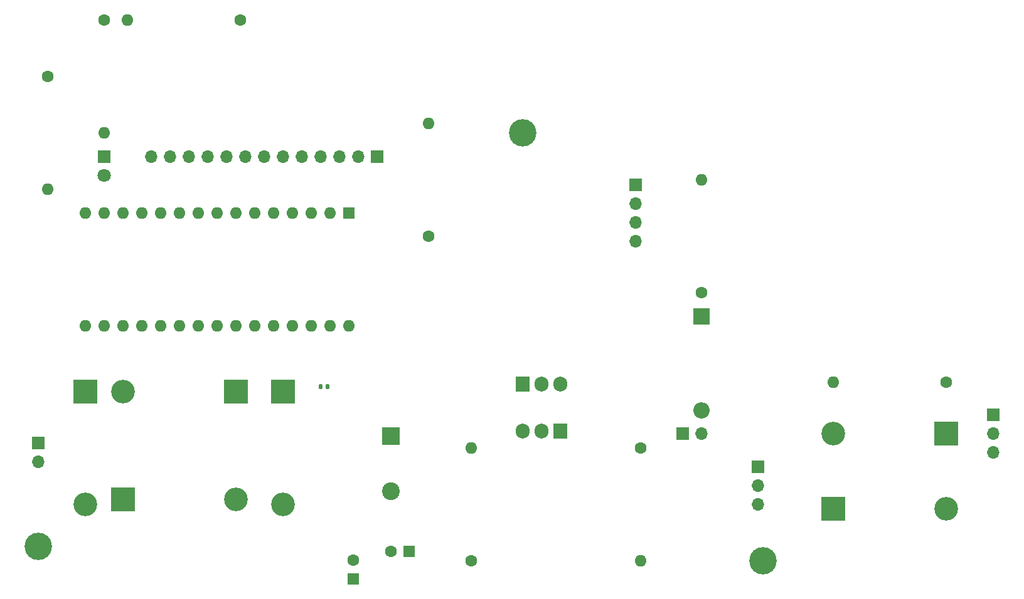
<source format=gbr>
%TF.GenerationSoftware,KiCad,Pcbnew,(6.0.5)*%
%TF.CreationDate,2022-12-29T23:16:15-04:00*%
%TF.ProjectId,Alimentation project,416c696d-656e-4746-9174-696f6e207072,rev?*%
%TF.SameCoordinates,Original*%
%TF.FileFunction,Soldermask,Top*%
%TF.FilePolarity,Negative*%
%FSLAX46Y46*%
G04 Gerber Fmt 4.6, Leading zero omitted, Abs format (unit mm)*
G04 Created by KiCad (PCBNEW (6.0.5)) date 2022-12-29 23:16:15*
%MOMM*%
%LPD*%
G01*
G04 APERTURE LIST*
G04 Aperture macros list*
%AMRoundRect*
0 Rectangle with rounded corners*
0 $1 Rounding radius*
0 $2 $3 $4 $5 $6 $7 $8 $9 X,Y pos of 4 corners*
0 Add a 4 corners polygon primitive as box body*
4,1,4,$2,$3,$4,$5,$6,$7,$8,$9,$2,$3,0*
0 Add four circle primitives for the rounded corners*
1,1,$1+$1,$2,$3*
1,1,$1+$1,$4,$5*
1,1,$1+$1,$6,$7*
1,1,$1+$1,$8,$9*
0 Add four rect primitives between the rounded corners*
20,1,$1+$1,$2,$3,$4,$5,0*
20,1,$1+$1,$4,$5,$6,$7,0*
20,1,$1+$1,$6,$7,$8,$9,0*
20,1,$1+$1,$8,$9,$2,$3,0*%
G04 Aperture macros list end*
%ADD10R,1.700000X1.700000*%
%ADD11O,1.700000X1.700000*%
%ADD12C,3.700000*%
%ADD13R,1.905000X2.000000*%
%ADD14O,1.905000X2.000000*%
%ADD15R,3.200000X3.200000*%
%ADD16O,3.200000X3.200000*%
%ADD17C,1.600000*%
%ADD18O,1.600000X1.600000*%
%ADD19R,2.200000X2.200000*%
%ADD20O,2.200000X2.200000*%
%ADD21R,2.400000X2.400000*%
%ADD22C,2.400000*%
%ADD23R,1.600000X1.600000*%
%ADD24RoundRect,0.147500X-0.147500X-0.172500X0.147500X-0.172500X0.147500X0.172500X-0.147500X0.172500X0*%
%ADD25R,1.800000X1.800000*%
%ADD26C,1.800000*%
G04 APERTURE END LIST*
D10*
%TO.C,MES1*%
X128270000Y-107950000D03*
D11*
X130810000Y-107950000D03*
%TD*%
D10*
%TO.C,REF\u002A\u002A*%
X121920000Y-74295000D03*
D11*
X121920000Y-76835000D03*
X121920000Y-79375000D03*
X121920000Y-81915000D03*
%TD*%
D12*
%TO.C,REF\u002A\u002A*%
X106680000Y-67310000D03*
%TD*%
D13*
%TO.C,U1*%
X106680000Y-101275000D03*
D14*
X109220000Y-101275000D03*
X111760000Y-101275000D03*
%TD*%
D10*
%TO.C,RV1*%
X138430000Y-112410000D03*
D11*
X138430000Y-114950000D03*
X138430000Y-117490000D03*
%TD*%
D15*
%TO.C,D3*%
X52705000Y-116840000D03*
D16*
X67945000Y-116840000D03*
%TD*%
D17*
%TO.C,R3*%
X130810000Y-88900000D03*
D18*
X130810000Y-73660000D03*
%TD*%
D17*
%TO.C,R1*%
X99695000Y-125095000D03*
D18*
X99695000Y-109855000D03*
%TD*%
D19*
%TO.C,D7*%
X130810000Y-92075000D03*
D20*
X130810000Y-104775000D03*
%TD*%
D10*
%TO.C,REF\u002A\u002A*%
X86980000Y-70485000D03*
D11*
X84440000Y-70485000D03*
X81900000Y-70485000D03*
X79360000Y-70485000D03*
X76820000Y-70485000D03*
X74280000Y-70485000D03*
X71740000Y-70485000D03*
X69200000Y-70485000D03*
X66660000Y-70485000D03*
X64120000Y-70485000D03*
X61580000Y-70485000D03*
X59040000Y-70485000D03*
X56500000Y-70485000D03*
%TD*%
D21*
%TO.C,C1*%
X88900000Y-108247246D03*
D22*
X88900000Y-115747246D03*
%TD*%
D17*
%TO.C,R8*%
X50165000Y-52070000D03*
D18*
X50165000Y-67310000D03*
%TD*%
D12*
%TO.C,REF\u002A\u002A*%
X41275000Y-123190000D03*
%TD*%
D13*
%TO.C,U2*%
X111760000Y-107625000D03*
D14*
X109220000Y-107625000D03*
X106680000Y-107625000D03*
%TD*%
D23*
%TO.C,C2*%
X91375113Y-123825000D03*
D17*
X88875113Y-123825000D03*
%TD*%
D15*
%TO.C,D1*%
X47625000Y-102235000D03*
D16*
X47625000Y-117475000D03*
%TD*%
D23*
%TO.C,C3*%
X83820000Y-127570113D03*
D17*
X83820000Y-125070113D03*
%TD*%
D23*
%TO.C,A1*%
X83185000Y-78115000D03*
D18*
X80645000Y-78115000D03*
X78105000Y-78115000D03*
X75565000Y-78115000D03*
X73025000Y-78115000D03*
X70485000Y-78115000D03*
X67945000Y-78115000D03*
X65405000Y-78115000D03*
X62865000Y-78115000D03*
X60325000Y-78115000D03*
X57785000Y-78115000D03*
X55245000Y-78115000D03*
X52705000Y-78115000D03*
X50165000Y-78115000D03*
X47625000Y-78115000D03*
X47625000Y-93355000D03*
X50165000Y-93355000D03*
X52705000Y-93355000D03*
X55245000Y-93355000D03*
X57785000Y-93355000D03*
X60325000Y-93355000D03*
X62865000Y-93355000D03*
X65405000Y-93355000D03*
X67945000Y-93355000D03*
X70485000Y-93355000D03*
X73025000Y-93355000D03*
X75565000Y-93355000D03*
X78105000Y-93355000D03*
X80645000Y-93355000D03*
X83185000Y-93355000D03*
%TD*%
D15*
%TO.C,D2*%
X67945000Y-102235000D03*
D16*
X52705000Y-102235000D03*
%TD*%
D17*
%TO.C,R7*%
X68580000Y-52070000D03*
D18*
X53340000Y-52070000D03*
%TD*%
D10*
%TO.C,REF\u002A\u002A*%
X170180000Y-105410000D03*
D11*
X170180000Y-107950000D03*
X170180000Y-110490000D03*
%TD*%
D17*
%TO.C,R2*%
X122555000Y-109855000D03*
D18*
X122555000Y-125095000D03*
%TD*%
D17*
%TO.C,R6*%
X163830000Y-100965000D03*
D18*
X148590000Y-100965000D03*
%TD*%
D24*
%TO.C,F1*%
X79375000Y-101600000D03*
X80345000Y-101600000D03*
%TD*%
D15*
%TO.C,D5*%
X163830000Y-107950000D03*
D16*
X148590000Y-107950000D03*
%TD*%
D15*
%TO.C,D6*%
X148590000Y-118110000D03*
D16*
X163830000Y-118110000D03*
%TD*%
D15*
%TO.C,D4*%
X74295000Y-102235000D03*
D16*
X74295000Y-117475000D03*
%TD*%
D25*
%TO.C,D8*%
X50165000Y-70485000D03*
D26*
X50165000Y-73025000D03*
%TD*%
D17*
%TO.C,R4*%
X93980000Y-81280000D03*
D18*
X93980000Y-66040000D03*
%TD*%
D10*
%TO.C,REF\u002A\u002A*%
X41275000Y-109220000D03*
D11*
X41275000Y-111760000D03*
%TD*%
D12*
%TO.C,REF\u002A\u002A*%
X139065000Y-125095000D03*
%TD*%
D17*
%TO.C,R5*%
X42545000Y-59690000D03*
D18*
X42545000Y-74930000D03*
%TD*%
M02*

</source>
